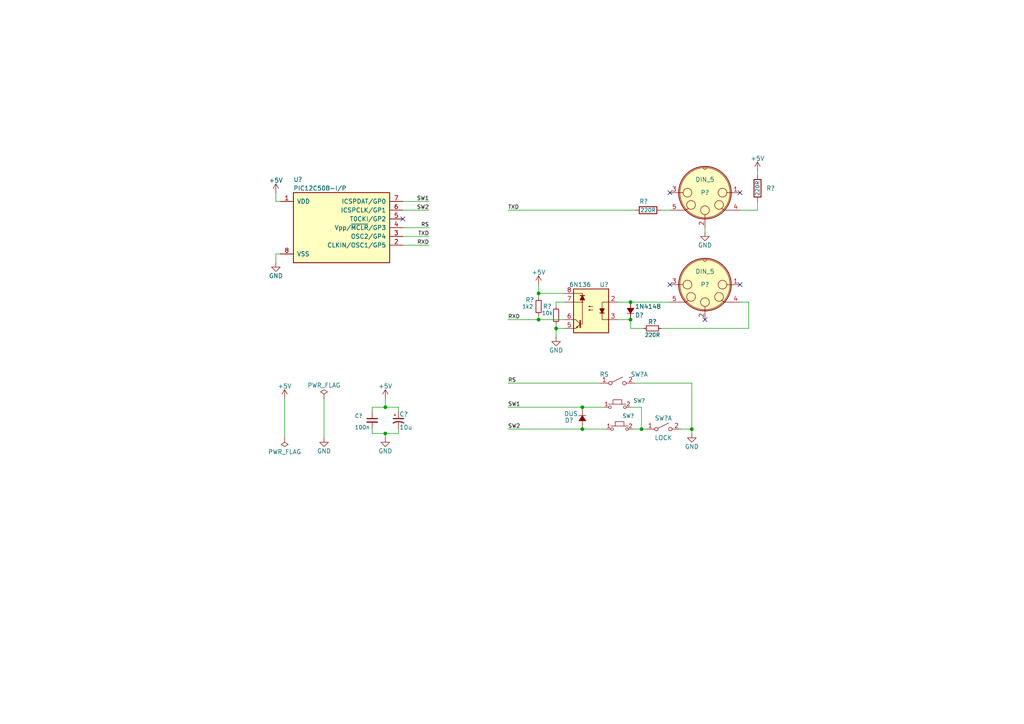
<source format=kicad_sch>
(kicad_sch (version 20211123) (generator eeschema)
  (paper "A4")
  (title_block (title "MIDI-Panic") (date "2017-12-08") (rev "1.0") (company "Luc Hondareyte") (comment 1 "MIDI-Panic 12C508"))
  (lib_symbols
    (symbol "Device:R_Small" (pin_numbers hide) (pin_names (offset 0.254) hide)
      (property "Reference" "R" (at 0.762 0.508 0))
      (property "Value" "R_Small" (at 0.762 -1.016 0))
      (symbol "R_Small_0_1"
        (rectangle (start -0.762 1.778) (end 0.762 -1.778) (stroke (width 0.2032)))
      )
      (symbol "R_Small_1_1"
        (pin passive line (at 0 2.54 270) (length 0.762) (name "~") (number "1"))
        (pin passive line (at 0 -2.54 90) (length 0.762) (name "~") (number "2"))
      )
    )
    (symbol "midi-panic-rescue:+5V" (power) (pin_names (offset 0))
      (property "Value" "+5V" (at 0 3.556 0))
      (symbol "+5V_0_1"
        (polyline (pts (xy -0.762 1.27) (xy 0 2.54)))
        (polyline (pts (xy 0 0) (xy 0 2.54)))
        (polyline (pts (xy 0 2.54) (xy 0.762 1.27)))
      )
      (symbol "+5V_1_1"
        (pin power_in line (at 0 0 90) (length 0) hide (name "+5V") (number "1"))
      )
    )
    (symbol "midi-panic-rescue:6N136" (pin_names (offset 1.016))
      (property "Reference" "U" (at -5.08 7.62 0))
      (property "Value" "6N136" (at 0 7.62 0))
      (symbol "6N136_0_1"
        (rectangle (start -5.08 6.35) (end 5.08 -6.35) (stroke (width 0.254)) (fill (type background)))
        (polyline (pts (xy -3.81 -0.635) (xy -2.54 -0.635)) (stroke (width 0.254)))
        (polyline (pts (xy 1.905 4.445) (xy 3.175 4.445)) (stroke (width 0.254)))
        (polyline (pts (xy 3.175 -2.794) (xy 3.175 -4.826)) (stroke (width 0.3556)))
        (polyline (pts (xy 3.302 -3.937) (xy 4.445 -5.08)))
        (polyline (pts (xy 3.302 -3.683) (xy 4.445 -2.54)))
        (polyline (pts (xy 5.08 -5.08) (xy 4.445 -5.08)))
        (polyline (pts (xy 5.08 -2.54) (xy 4.445 -2.54)))
        (polyline (pts (xy 5.08 2.54) (xy 2.54 2.54)))
        (polyline (pts (xy -5.08 2.54) (xy -3.175 2.54) (xy -3.175 -2.54) (xy -5.08 -2.54)))
        (polyline (pts (xy -3.175 -0.635) (xy -3.81 0.635) (xy -2.54 0.635) (xy -3.175 -0.635)) (stroke (width 0.254)) (fill (type outline)))
        (polyline (pts (xy 2.54 4.445) (xy 1.905 3.175) (xy 3.175 3.175) (xy 2.54 4.445)) (stroke (width 0.254)) (fill (type outline)))
        (polyline (pts (xy 4.318 -4.953) (xy 4.064 -4.445) (xy 3.81 -4.699) (xy 4.318 -4.953)))
        (polyline (pts (xy 5.08 5.08) (xy 2.54 5.08) (xy 2.54 -3.81) (xy 3.175 -3.81)))
        (polyline (pts (xy -0.508 0.254) (xy 0.762 0.254) (xy 0.381 0.127) (xy 0.381 0.381) (xy 0.762 0.254)))
        (polyline (pts (xy -0.508 1.27) (xy 0.762 1.27) (xy 0.381 1.143) (xy 0.381 1.397) (xy 0.762 1.27)))
        (circle (center 2.54 2.54) (radius 0.127))
      )
      (symbol "6N136_1_1"
        (pin no_connect line (at -7.62 5.08 0) (length 2.54) hide (name "NC") (number "1"))
        (pin passive line (at -7.62 2.54 0) (length 2.54) (name "~") (number "2"))
        (pin passive line (at -7.62 -2.54 0) (length 2.54) (name "~") (number "3"))
        (pin no_connect line (at -7.62 -5.08 0) (length 2.54) hide (name "NC") (number "4"))
        (pin passive line (at 7.62 -5.08 180) (length 2.54) (name "~") (number "5"))
        (pin passive line (at 7.62 -2.54 180) (length 2.54) (name "~") (number "6"))
        (pin passive line (at 7.62 2.54 180) (length 2.54) (name "~") (number "7"))
        (pin passive line (at 7.62 5.08 180) (length 2.54) (name "~") (number "8"))
      )
    )
    (symbol "midi-panic-rescue:CP1_Small" (pin_numbers hide) (pin_names (offset 0.254) hide)
      (property "Reference" "C" (at 0.254 1.778 0))
      (property "Value" "CP1_Small" (at 0.254 -2.032 0))
      (symbol "CP1_Small_0_1"
        (polyline (pts (xy -1.524 0.508) (xy 1.524 0.508)) (stroke (width 0.3048)))
        (polyline (pts (xy -1.27 1.524) (xy -0.762 1.524)))
        (polyline (pts (xy -1.016 1.27) (xy -1.016 1.778)))
        (arc (start 1.524 -0.762) (mid 0 -0.3734) (end -1.524 -0.762) (stroke (width 0.3048)))
      )
      (symbol "CP1_Small_1_1"
        (pin passive line (at 0 2.54 270) (length 2.032) (name "~") (number "1"))
        (pin passive line (at 0 -2.54 90) (length 2.032) (name "~") (number "2"))
      )
    )
    (symbol "midi-panic-rescue:C_Small" (pin_numbers hide) (pin_names (offset 0.254) hide)
      (property "Reference" "C" (at 0.254 1.778 0))
      (property "Value" "C_Small" (at 0.254 -2.032 0))
      (symbol "C_Small_0_1"
        (polyline (pts (xy -1.524 -0.508) (xy 1.524 -0.508)) (stroke (width 0.3302)))
        (polyline (pts (xy -1.524 0.508) (xy 1.524 0.508)) (stroke (width 0.3048)))
      )
      (symbol "C_Small_1_1"
        (pin passive line (at 0 2.54 270) (length 2.032) (name "~") (number "1"))
        (pin passive line (at 0 -2.54 90) (length 2.032) (name "~") (number "2"))
      )
    )
    (symbol "midi-panic-rescue:DIN_5" (pin_names (offset 1.016) hide)
      (property "Reference" "J" (at 0 -8.89 0))
      (property "Value" "DIN_5" (at 0 -10.795 0))
      (symbol "DIN_5_0_1"
        (circle (center -5.08 0) (radius 1.27))
        (circle (center -4.0894 3.556) (radius 1.27))
        (polyline (pts (xy -7.62 5.08) (xy -5.588 5.08)))
        (polyline (pts (xy -6.35 0) (xy -7.62 0)))
        (polyline (pts (xy -5.588 5.08) (xy -4.826 4.572)))
        (polyline (pts (xy 0 6.35) (xy 0 7.62)))
        (polyline (pts (xy 5.5626 5.08) (xy 4.826 4.572)))
        (polyline (pts (xy 6.35 0) (xy 7.62 0)))
        (polyline (pts (xy 7.62 5.08) (xy 5.5626 5.08)))
        (circle (center 0 0) (radius 7.2644))
        (circle (center 0 0) (radius 7.62) (stroke (width 0.254)) (fill (type background)))
        (circle (center 0 5.08) (radius 1.27))
        (arc (start 0.4572 -7.2136) (mid 0 -6.7564) (end -0.4572 -7.2136))
        (circle (center 4.0386 3.556) (radius 1.27))
        (circle (center 5.08 0) (radius 1.27))
      )
      (symbol "DIN_5_1_1"
        (pin passive line (at -10.16 0 0) (length 2.54) (name "1") (number "1"))
        (pin passive line (at 0 10.16 270) (length 2.54) (name "2") (number "2"))
        (pin passive line (at 10.16 0 180) (length 2.54) (name "3") (number "3"))
        (pin passive line (at -10.16 5.08 0) (length 2.54) (name "4") (number "4"))
        (pin passive line (at 10.16 5.08 180) (length 2.54) (name "5") (number "5"))
      )
    )
    (symbol "midi-panic-rescue:D_Small_ALT" (pin_numbers hide) (pin_names (offset 0.254) hide)
      (property "Reference" "D" (at -1.27 2.032 0))
      (property "Value" "D_Small_ALT" (at -3.81 -2.032 0))
      (symbol "D_Small_ALT_0_1"
        (polyline (pts (xy -0.762 -1.016) (xy -0.762 1.016)))
        (polyline (pts (xy -0.762 0) (xy 0.762 0)))
        (polyline (pts (xy 0.762 -1.016) (xy -0.762 0) (xy 0.762 1.016) (xy 0.762 -1.016)) (fill (type outline)))
      )
      (symbol "D_Small_ALT_1_1"
        (pin passive line (at -2.54 0 0) (length 1.778) (name "K") (number "1"))
        (pin passive line (at 2.54 0 180) (length 1.778) (name "A") (number "2"))
      )
    )
    (symbol "midi-panic-rescue:GND" (power) (pin_names (offset 0))
      (property "Value" "GND" (at 0 -3.81 0))
      (symbol "GND_0_1"
        (polyline (pts (xy 0 0) (xy 0 -1.27) (xy 1.27 -1.27) (xy 0 -2.54) (xy -1.27 -1.27) (xy 0 -1.27)))
      )
      (symbol "GND_1_1"
        (pin power_in line (at 0 0 270) (length 0) hide (name "GND") (number "1"))
      )
    )
    (symbol "midi-panic-rescue:PIC12C508-I_P" (pin_names (offset 1.016))
      (property "Reference" "U" (at -13.97 13.97 0))
      (property "Value" "PIC12C508-I_P" (at -13.97 11.43 0))
      (symbol "PIC12C508-I_P_0_1"
        (rectangle (start 13.97 -10.16) (end -13.97 10.16) (stroke (width 0.254)) (fill (type background)))
      )
      (symbol "PIC12C508-I_P_1_1"
        (pin power_in line (at -17.78 7.62 0) (length 3.81) (name "VDD") (number "1"))
        (pin bidirectional line (at 17.78 -5.08 180) (length 3.81) (name "CLKIN/OSC1/GP5") (number "2"))
        (pin bidirectional line (at 17.78 -2.54 180) (length 3.81) (name "OSC2/GP4") (number "3"))
        (pin input line (at 17.78 0 180) (length 3.81) (name "Vpp/~{MCLR}/GP3") (number "4"))
        (pin bidirectional line (at 17.78 2.54 180) (length 3.81) (name "T0CKI/GP2") (number "5"))
        (pin bidirectional line (at 17.78 5.08 180) (length 3.81) (name "ICSPCLK/GP1") (number "6"))
        (pin bidirectional line (at 17.78 7.62 180) (length 3.81) (name "ICSPDAT/GP0") (number "7"))
        (pin power_in line (at -17.78 -7.62 0) (length 3.81) (name "VSS") (number "8"))
      )
    )
    (symbol "midi-panic-rescue:PUSH_BUTTON-RESCUE-tinyVT" (pin_names (offset 1.016))
      (property "Reference" "SW" (at -4.318 3.683 0))
      (property "Value" "PUSH_BUTTON-RESCUE-tinyVT" (at 1.524 -2.667 0))
      (symbol "PUSH_BUTTON-RESCUE-tinyVT_0_1"
        (circle (center -2.159 0) (radius 0.381))
        (polyline (pts (xy -2.54 0.889) (xy 2.54 0.889) (xy -1.27 0.889) (xy -1.27 2.159) (xy 1.27 2.159) (xy 1.27 0.889)))
        (circle (center 2.159 0) (radius 0.381))
      )
      (symbol "PUSH_BUTTON-RESCUE-tinyVT_1_1"
        (pin input line (at -3.81 0 0) (length 1.27) (name "~") (number "1"))
        (pin input line (at 3.81 0 180) (length 1.27) (name "~") (number "2"))
      )
    )
    (symbol "midi-panic-rescue:PWR_FLAG" (power) (pin_numbers hide) (pin_names (offset 0) hide)
      (property "Value" "PWR_FLAG" (at 0 3.81 0))
      (symbol "PWR_FLAG_0_0"
        (pin power_out line (at 0 0 90) (length 0) (name "pwr") (number "1"))
      )
      (symbol "PWR_FLAG_0_1"
        (polyline (pts (xy 0 0) (xy 0 1.27) (xy -1.016 1.905) (xy 0 2.54) (xy 1.016 1.905) (xy 0 1.27)))
      )
    )
    (symbol "midi-panic-rescue:R" (pin_numbers hide) (pin_names (offset 0))
      (property "Reference" "R" (at 2.032 0 90))
      (property "Value" "R" (at 0 0 90))
      (symbol "R_0_1"
        (rectangle (start -1.016 -2.54) (end 1.016 2.54) (stroke (width 0.254)))
      )
      (symbol "R_1_1"
        (pin passive line (at 0 3.81 270) (length 1.27) (name "~") (number "1"))
        (pin passive line (at 0 -3.81 90) (length 1.27) (name "~") (number "2"))
      )
    )
    (symbol "midi-panic-rescue:SW_DPST_x2" (pin_names (offset 0) hide)
      (property "Reference" "SW" (at 0 3.175 0))
      (property "Value" "SW_DPST_x2" (at 0 -2.54 0))
      (symbol "SW_DPST_x2_0_0"
        (circle (center -2.032 0) (radius 0.508))
        (polyline (pts (xy -1.524 0.254) (xy 1.524 1.778)))
        (circle (center 2.032 0) (radius 0.508))
      )
      (symbol "SW_DPST_x2_1_1"
        (pin passive line (at -5.08 0 0) (length 2.54) (name "A") (number "1"))
        (pin passive line (at 5.08 0 180) (length 2.54) (name "B") (number "2"))
      )
      (symbol "SW_DPST_x2_2_1"
        (pin input line (at -5.08 0 0) (length 2.54) (name "A") (number "3"))
        (pin input line (at 5.08 0 180) (length 2.54) (name "B") (number "4"))
      )
    )
  )
  (junction (at 111.76 125.73))
  (junction (at 186.055 124.46))
  (junction (at 161.29 95.25))
  (junction (at 168.91 124.46))
  (junction (at 200.66 124.46))
  (junction (at 156.21 92.71))
  (junction (at 182.88 87.63))
  (junction (at 111.76 118.11))
  (junction (at 156.21 85.09))
  (junction (at 168.91 118.11))
  (junction (at 182.88 92.71))
  (no_connect (at 194.31 82.55))
  (no_connect (at 214.63 82.55))
  (no_connect (at 194.31 55.88))
  (no_connect (at 214.63 55.88))
  (no_connect (at 116.84 63.5))
  (no_connect (at 204.47 92.71))
  (wire (pts (xy 161.29 95.25) (xy 163.83 95.25)))
  (wire (pts (xy 168.91 118.11) (xy 147.32 118.11)))
  (wire (pts (xy 111.76 127) (xy 111.76 125.73)))
  (wire (pts (xy 184.15 111.125) (xy 200.66 111.125)))
  (wire (pts (xy 111.76 118.11) (xy 115.57 118.11)))
  (wire (pts (xy 182.88 118.11) (xy 186.055 118.11)))
  (wire (pts (xy 107.95 119.38) (xy 107.95 118.11)))
  (wire (pts (xy 116.84 71.12) (xy 124.46 71.12)))
  (wire (pts (xy 186.055 118.11) (xy 186.055 124.46)))
  (wire (pts (xy 156.21 85.09) (xy 163.83 85.09)))
  (wire (pts (xy 214.63 87.63) (xy 217.17 87.63)))
  (wire (pts (xy 156.21 86.36) (xy 156.21 85.09)))
  (wire (pts (xy 197.485 124.46) (xy 200.66 124.46)))
  (wire (pts (xy 217.17 87.63) (xy 217.17 95.25)))
  (wire (pts (xy 161.29 88.9) (xy 161.29 87.63)))
  (wire (pts (xy 191.77 60.96) (xy 194.31 60.96)))
  (wire (pts (xy 107.95 118.11) (xy 111.76 118.11)))
  (wire (pts (xy 168.91 124.46) (xy 147.32 124.46)))
  (wire (pts (xy 219.71 49.53) (xy 219.71 50.8)))
  (wire (pts (xy 219.71 60.96) (xy 219.71 58.42)))
  (wire (pts (xy 116.84 66.04) (xy 124.46 66.04)))
  (wire (pts (xy 80.01 58.42) (xy 81.28 58.42)))
  (wire (pts (xy 173.99 111.125) (xy 147.32 111.125)))
  (wire (pts (xy 116.84 58.42) (xy 124.46 58.42)))
  (wire (pts (xy 161.29 93.98) (xy 161.29 95.25)))
  (wire (pts (xy 214.63 60.96) (xy 219.71 60.96)))
  (wire (pts (xy 107.95 125.73) (xy 111.76 125.73)))
  (wire (pts (xy 80.01 73.66) (xy 81.28 73.66)))
  (wire (pts (xy 111.76 118.11) (xy 111.76 115.57)))
  (wire (pts (xy 156.21 82.55) (xy 156.21 85.09)))
  (wire (pts (xy 175.26 118.11) (xy 168.91 118.11)))
  (wire (pts (xy 82.55 127) (xy 82.55 115.57)))
  (wire (pts (xy 80.01 76.2) (xy 80.01 73.66)))
  (wire (pts (xy 182.88 92.71) (xy 179.07 92.71)))
  (wire (pts (xy 116.84 60.96) (xy 124.46 60.96)))
  (wire (pts (xy 186.055 124.46) (xy 183.515 124.46)))
  (wire (pts (xy 156.21 92.71) (xy 163.83 92.71)))
  (wire (pts (xy 80.01 55.88) (xy 80.01 58.42)))
  (wire (pts (xy 115.57 125.73) (xy 115.57 124.46)))
  (wire (pts (xy 168.91 118.745) (xy 168.91 118.11)))
  (wire (pts (xy 147.32 60.96) (xy 184.15 60.96)))
  (wire (pts (xy 116.84 68.58) (xy 124.46 68.58)))
  (wire (pts (xy 179.07 87.63) (xy 182.88 87.63)))
  (wire (pts (xy 200.66 111.125) (xy 200.66 124.46)))
  (wire (pts (xy 156.21 91.44) (xy 156.21 92.71)))
  (wire (pts (xy 182.88 95.25) (xy 186.69 95.25)))
  (wire (pts (xy 115.57 118.11) (xy 115.57 119.38)))
  (wire (pts (xy 93.98 127) (xy 93.98 115.57)))
  (wire (pts (xy 200.66 124.46) (xy 200.66 125.73)))
  (wire (pts (xy 111.76 125.73) (xy 115.57 125.73)))
  (wire (pts (xy 175.895 124.46) (xy 168.91 124.46)))
  (wire (pts (xy 204.47 66.04) (xy 204.47 67.31)))
  (wire (pts (xy 161.29 97.79) (xy 161.29 95.25)))
  (wire (pts (xy 163.83 87.63) (xy 161.29 87.63)))
  (wire (pts (xy 147.32 92.71) (xy 156.21 92.71)))
  (wire (pts (xy 182.88 92.71) (xy 182.88 95.25)))
  (wire (pts (xy 168.91 124.46) (xy 168.91 123.825)))
  (wire (pts (xy 107.95 124.46) (xy 107.95 125.73)))
  (wire (pts (xy 191.77 95.25) (xy 217.17 95.25)))
  (wire (pts (xy 182.88 87.63) (xy 194.31 87.63)))
  (wire (pts (xy 187.325 124.46) (xy 186.055 124.46)))
  (label "SW1" (at 147.32 118.11 0) (effects (font (size 1.1176 1.1176))))
  (label "TXD" (at 147.32 60.96 0) (effects (font (size 1.1176 1.1176))))
  (label "SW2" (at 147.32 124.46 0) (effects (font (size 1.1176 1.1176))))
  (label "RS" (at 147.32 111.125 0) (effects (font (size 1.1176 1.1176))))
  (label "SW2" (at 124.46 60.96 180) (effects (font (size 1.1176 1.1176))))
  (label "RXD" (at 124.46 71.12 180) (effects (font (size 1.1176 1.1176))))
  (label "RXD" (at 147.32 92.71 0) (effects (font (size 1.1176 1.1176))))
  (label "SW1" (at 124.46 58.42 180) (effects (font (size 1.1176 1.1176))))
  (label "TXD" (at 124.46 68.58 180) (effects (font (size 1.1176 1.1176))))
  (label "RS" (at 124.46 66.04 180) (effects (font (size 1.1176 1.1176))))
  (symbol (lib_id "midi-panic-rescue:PIC12C508-I_P") (at 99.06 66.04 0) (unit 1)
    (property "Reference" "U?" (at 85.09 52.07 0) (effects (justify left)))
    (property "Value" "PIC12C508-I/P" (at 85.09 54.61 0) (effects (justify left)))
  )
  (symbol (lib_id "midi-panic-rescue:C_Small") (at 107.95 121.92 0) (unit 1)
    (property "Reference" "C?" (at 102.87 120.65 0) (effects (font (size 1.1176 1.1176)) (justify left)))
    (property "Value" "100n" (at 102.87 123.952 0) (effects (font (size 1.1176 1.1176)) (justify left)))
    (property "Footprint" "Capacitors_SMD:C_1206_HandSoldering" (effects hide))
  )
  (symbol (lib_id "midi-panic-rescue:PUSH_BUTTON-RESCUE-tinyVT") (at 179.705 124.46 0) (unit 1)
    (property "Reference" "SW?" (at 182.245 120.65 0) (effects (font (size 1.1176 1.1176))))
    (property "Value" "PUSH_BUTTON" (effects hide))
    (property "Footprint" "Buttons_Switches_ThroughHole:SW_PUSH-12mm" (effects hide))
  )
  (symbol (lib_id "midi-panic-rescue:PUSH_BUTTON-RESCUE-tinyVT") (at 179.07 118.11 0) (unit 1)
    (property "Reference" "SW?" (at 185.42 116.205 0) (effects (font (size 1.1176 1.1176))))
    (property "Value" "PUSH_BUTTON" (effects hide))
    (property "Footprint" "Buttons_Switches_ThroughHole:SW_PUSH-12mm" (effects hide))
  )
  (symbol (lib_id "midi-panic-rescue:DIN_5") (at 204.47 55.88 180) (unit 1)
    (property "Reference" "P?" (at 204.47 55.88 0))
    (property "Value" "DIN_5" (at 204.47 52.07 0))
  )
  (symbol (lib_id "midi-panic-rescue:R") (at 187.96 60.96 270) (unit 1)
    (property "Reference" "R?" (at 186.69 58.42 90))
    (property "Value" "220R" (at 187.96 60.96 90) (effects (font (size 1.1176 1.1176))))
    (property "Footprint" "Resistors_SMD:R_1206_HandSoldering" (effects hide))
  )
  (symbol (lib_id "midi-panic-rescue:R") (at 219.71 54.61 180) (unit 1)
    (property "Reference" "R?" (at 223.52 54.61 0))
    (property "Value" "220R" (at 219.71 54.61 90) (effects (font (size 1.1176 1.1176))))
    (property "Footprint" "Resistors_SMD:R_1206_HandSoldering" (effects hide))
  )
  (symbol (lib_id "midi-panic-rescue:GND") (at 204.47 67.31 0) (unit 1)
    (property "Reference" "#PWR?" (effects hide))
    (property "Value" "GND" (at 204.47 71.12 0))
  )
  (symbol (lib_id "midi-panic-rescue:+5V") (at 156.21 82.55 0) (unit 1)
    (property "Reference" "#PWR?" (effects hide))
    (property "Value" "+5V" (at 156.21 78.994 0))
  )
  (symbol (lib_id "midi-panic-rescue:GND") (at 161.29 97.79 0) (unit 1)
    (property "Reference" "#PWR?" (effects hide))
    (property "Value" "GND" (at 161.29 101.6 0))
  )
  (symbol (lib_id "midi-panic-rescue:DIN_5") (at 204.47 82.55 180) (unit 1)
    (property "Reference" "P?" (at 204.47 82.55 0))
    (property "Value" "DIN_5" (at 204.47 78.74 0))
  )
  (symbol (lib_id "midi-panic-rescue:+5V") (at 80.01 55.88 0) (unit 1)
    (property "Reference" "#PWR?" (effects hide))
    (property "Value" "+5V" (at 80.01 52.324 0))
  )
  (symbol (lib_id "midi-panic-rescue:+5V") (at 219.71 49.53 0) (unit 1)
    (property "Reference" "#PWR?" (effects hide))
    (property "Value" "+5V" (at 219.71 45.974 0))
  )
  (symbol (lib_id "midi-panic-rescue:6N136") (at 171.45 90.17 0) (mirror y) (unit 1)
    (property "Reference" "U?" (at 176.53 82.55 0) (effects (justify left)))
    (property "Value" "6N136" (at 171.45 82.55 0) (effects (justify left)))
    (property "Footprint" "Housings_DIP:DIP-8_W7.62mm" (effects hide))
  )
  (symbol (lib_id "midi-panic-rescue:D_Small_ALT") (at 182.88 90.17 270) (mirror x) (unit 1)
    (property "Reference" "D?" (at 184.15 91.44 90) (effects (justify left)))
    (property "Value" "1N4148" (at 184.15 88.9 90) (effects (justify left)))
  )
  (symbol (lib_id "midi-panic-rescue:GND") (at 80.01 76.2 0) (unit 1)
    (property "Reference" "#PWR?" (effects hide))
    (property "Value" "GND" (at 80.01 80.01 0))
  )
  (symbol (lib_id "midi-panic-rescue:SW_DPST_x2") (at 179.07 111.125 0) (unit 1)
    (property "Reference" "SW?" (at 185.42 108.585 0))
    (property "Value" "RS" (at 175.26 108.585 0))
  )
  (symbol (lib_id "midi-panic-rescue:D_Small_ALT") (at 168.91 121.285 90) (mirror x) (unit 1)
    (property "Reference" "D?" (at 166.37 121.92 90) (effects (justify left)))
    (property "Value" "DUS" (at 167.64 120.015 90) (effects (justify left)))
  )
  (symbol (lib_id "midi-panic-rescue:SW_DPST_x2") (at 192.405 124.46 0) (unit 1)
    (property "Reference" "SW?" (at 192.405 121.285 0))
    (property "Value" "LOCK" (at 192.405 127 0))
  )
  (symbol (lib_id "midi-panic-rescue:GND") (at 200.66 125.73 0) (unit 1)
    (property "Reference" "#PWR?" (effects hide))
    (property "Value" "GND" (at 200.66 129.54 0))
  )
  (symbol (lib_id "midi-panic-rescue:CP1_Small") (at 115.57 121.92 0) (unit 1)
    (property "Reference" "C?" (at 115.824 120.142 0) (effects (justify left)))
    (property "Value" "10u" (at 115.824 123.952 0) (effects (justify left)))
  )
  (symbol (lib_id "midi-panic-rescue:GND") (at 111.76 127 0) (unit 1)
    (property "Reference" "#PWR?" (effects hide))
    (property "Value" "GND" (at 111.76 130.81 0))
  )
  (symbol (lib_id "midi-panic-rescue:+5V") (at 111.76 115.57 0) (unit 1)
    (property "Reference" "#PWR?" (effects hide))
    (property "Value" "+5V" (at 111.76 112.014 0))
  )
  (symbol (lib_id "midi-panic-rescue:PWR_FLAG") (at 93.98 115.57 0) (unit 1)
    (property "Reference" "#FLG?" (effects hide))
    (property "Value" "PWR_FLAG" (at 93.98 111.76 0))
  )
  (symbol (lib_id "midi-panic-rescue:PWR_FLAG") (at 82.55 127 180) (unit 1)
    (property "Reference" "#FLG?" (effects hide))
    (property "Value" "PWR_FLAG" (at 82.55 131.064 0))
  )
  (symbol (lib_id "midi-panic-rescue:GND") (at 93.98 127 0) (unit 1)
    (property "Reference" "#PWR?" (effects hide))
    (property "Value" "GND" (at 93.98 130.81 0))
  )
  (symbol (lib_id "midi-panic-rescue:+5V") (at 82.55 115.57 0) (unit 1)
    (property "Reference" "#PWR?" (effects hide))
    (property "Value" "+5V" (at 82.55 112.014 0))
  )
  (symbol (lib_id "Device:R_Small") (at 189.23 95.25 270) (unit 1)
    (property "Reference" "R?" (at 189.23 93.345 90))
    (property "Value" "220R" (at 189.23 97.155 90) (effects (font (size 1.1176 1.1176))))
  )
  (symbol (lib_id "Device:R_Small") (at 161.29 91.44 180) (unit 1)
    (property "Reference" "R?" (at 158.75 88.9 0))
    (property "Value" "10k" (at 158.75 90.805 0) (effects (font (size 1.1176 1.1176))))
  )
  (symbol (lib_id "Device:R_Small") (at 156.21 88.9 180) (unit 1)
    (property "Reference" "R?" (at 153.67 86.995 0))
    (property "Value" "1k2" (at 153.035 88.9 0) (effects (font (size 1.1176 1.1176))))
  )
)
</source>
